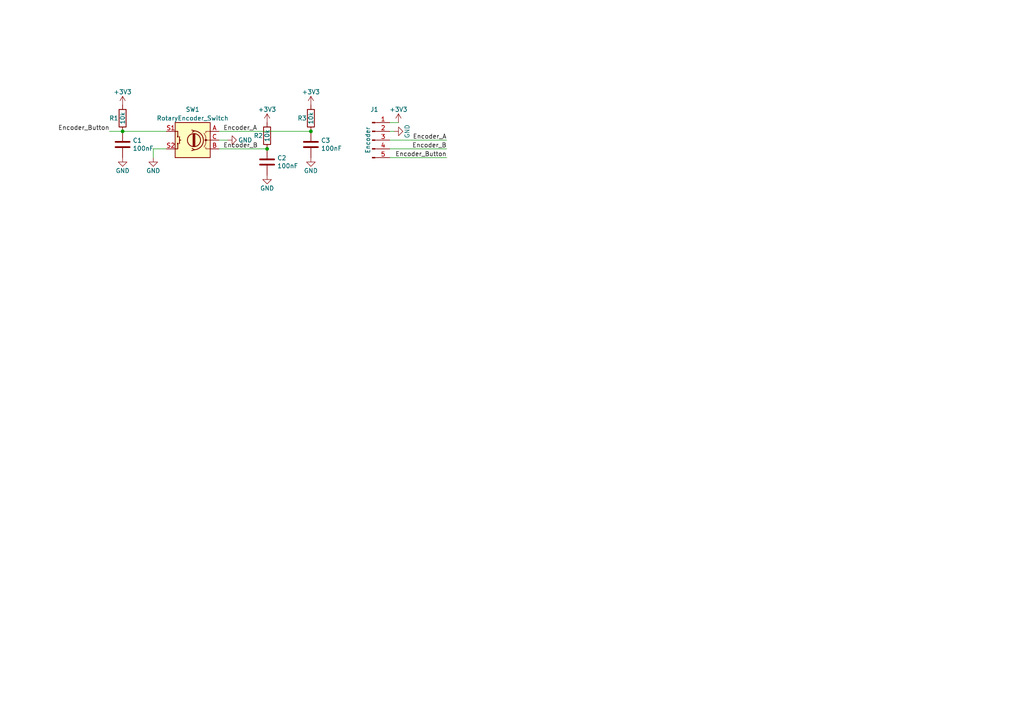
<source format=kicad_sch>
(kicad_sch (version 20230121) (generator eeschema)
  (paper "A4")
  (lib_symbols
    (symbol "Connector:Conn_01x05_Pin" (pin_names (offset 1.016) hide)
      (property "Reference" "J" (at 0 7.62 0))
      (property "Value" "Conn_01x05_Pin" (at 0 -7.62 0))
      (symbol "Conn_01x05_Pin_1_1"
        (polyline (pts (xy 1.27 -5.08) (xy 0.8636 -5.08)) (stroke (width 0.1524)))
        (polyline (pts (xy 1.27 -2.54) (xy 0.8636 -2.54)) (stroke (width 0.1524)))
        (polyline (pts (xy 1.27 0) (xy 0.8636 0)) (stroke (width 0.1524)))
        (polyline (pts (xy 1.27 2.54) (xy 0.8636 2.54)) (stroke (width 0.1524)))
        (polyline (pts (xy 1.27 5.08) (xy 0.8636 5.08)) (stroke (width 0.1524)))
        (rectangle (start 0.8636 -4.953) (end 0 -5.207) (stroke (width 0.1524)) (fill (type outline)))
        (rectangle (start 0.8636 -2.413) (end 0 -2.667) (stroke (width 0.1524)) (fill (type outline)))
        (rectangle (start 0.8636 0.127) (end 0 -0.127) (stroke (width 0.1524)) (fill (type outline)))
        (rectangle (start 0.8636 2.667) (end 0 2.413) (stroke (width 0.1524)) (fill (type outline)))
        (rectangle (start 0.8636 5.207) (end 0 4.953) (stroke (width 0.1524)) (fill (type outline)))
        (pin passive line (at 5.08 5.08 180) (length 3.81) (name "Pin_1") (number "1"))
        (pin passive line (at 5.08 2.54 180) (length 3.81) (name "Pin_2") (number "2"))
        (pin passive line (at 5.08 0 180) (length 3.81) (name "Pin_3") (number "3"))
        (pin passive line (at 5.08 -2.54 180) (length 3.81) (name "Pin_4") (number "4"))
        (pin passive line (at 5.08 -5.08 180) (length 3.81) (name "Pin_5") (number "5"))
      )
    )
    (symbol "Device:C" (pin_numbers hide) (pin_names (offset 0.254))
      (property "Reference" "C" (at 0.635 2.54 0))
      (property "Value" "C" (at 0.635 -2.54 0))
      (symbol "C_0_1"
        (polyline (pts (xy -2.032 -0.762) (xy 2.032 -0.762)) (stroke (width 0.508)))
        (polyline (pts (xy -2.032 0.762) (xy 2.032 0.762)) (stroke (width 0.508)))
      )
      (symbol "C_1_1"
        (pin passive line (at 0 3.81 270) (length 2.794) (name "~") (number "1"))
        (pin passive line (at 0 -3.81 90) (length 2.794) (name "~") (number "2"))
      )
    )
    (symbol "Device:R" (pin_numbers hide) (pin_names (offset 0))
      (property "Reference" "R" (at 2.032 0 90))
      (property "Value" "R" (at 0 0 90))
      (symbol "R_0_1"
        (rectangle (start -1.016 -2.54) (end 1.016 2.54) (stroke (width 0.254)))
      )
      (symbol "R_1_1"
        (pin passive line (at 0 3.81 270) (length 1.27) (name "~") (number "1"))
        (pin passive line (at 0 -3.81 90) (length 1.27) (name "~") (number "2"))
      )
    )
    (symbol "Device:RotaryEncoder_Switch" (pin_names (offset 0.254) hide)
      (property "Reference" "SW" (at 0 6.604 0))
      (property "Value" "RotaryEncoder_Switch" (at 0 -6.604 0))
      (symbol "RotaryEncoder_Switch_0_1"
        (rectangle (start -5.08 5.08) (end 5.08 -5.08) (stroke (width 0.254)) (fill (type background)))
        (circle (center -3.81 0) (radius 0.254) (fill (type outline)))
        (circle (center -0.381 0) (radius 1.905) (stroke (width 0.254)))
        (arc (start -0.381 2.667) (mid -3.0988 -0.0635) (end -0.381 -2.794) (stroke (width 0.254)))
        (polyline (pts (xy -0.635 -1.778) (xy -0.635 1.778)) (stroke (width 0.254)))
        (polyline (pts (xy -0.381 -1.778) (xy -0.381 1.778)) (stroke (width 0.254)))
        (polyline (pts (xy -0.127 1.778) (xy -0.127 -1.778)) (stroke (width 0.254)))
        (polyline (pts (xy 3.81 0) (xy 3.429 0)) (stroke (width 0.254)))
        (polyline (pts (xy 3.81 1.016) (xy 3.81 -1.016)) (stroke (width 0.254)))
        (polyline (pts (xy -5.08 -2.54) (xy -3.81 -2.54) (xy -3.81 -2.032)))
        (polyline (pts (xy -5.08 2.54) (xy -3.81 2.54) (xy -3.81 2.032)))
        (polyline (pts (xy 0.254 -3.048) (xy -0.508 -2.794) (xy 0.127 -2.413)) (stroke (width 0.254)))
        (polyline (pts (xy 0.254 2.921) (xy -0.508 2.667) (xy 0.127 2.286)) (stroke (width 0.254)))
        (polyline (pts (xy 5.08 -2.54) (xy 4.318 -2.54) (xy 4.318 -1.016)) (stroke (width 0.254)))
        (polyline (pts (xy 5.08 2.54) (xy 4.318 2.54) (xy 4.318 1.016)) (stroke (width 0.254)))
        (polyline (pts (xy -5.08 0) (xy -3.81 0) (xy -3.81 -1.016) (xy -3.302 -2.032)))
        (polyline (pts (xy -4.318 0) (xy -3.81 0) (xy -3.81 1.016) (xy -3.302 2.032)))
        (circle (center 4.318 -1.016) (radius 0.127) (stroke (width 0.254)))
        (circle (center 4.318 1.016) (radius 0.127) (stroke (width 0.254)))
      )
      (symbol "RotaryEncoder_Switch_1_1"
        (pin passive line (at -7.62 2.54 0) (length 2.54) (name "A") (number "A"))
        (pin passive line (at -7.62 -2.54 0) (length 2.54) (name "B") (number "B"))
        (pin passive line (at -7.62 0 0) (length 2.54) (name "C") (number "C"))
        (pin passive line (at 7.62 2.54 180) (length 2.54) (name "S1") (number "S1"))
        (pin passive line (at 7.62 -2.54 180) (length 2.54) (name "S2") (number "S2"))
      )
    )
    (symbol "power:+3.3V" (power) (pin_names (offset 0))
      (property "Value" "+3.3V" (at 0 3.556 0))
      (symbol "+3.3V_0_1"
        (polyline (pts (xy -0.762 1.27) (xy 0 2.54)))
        (polyline (pts (xy 0 0) (xy 0 2.54)))
        (polyline (pts (xy 0 2.54) (xy 0.762 1.27)))
      )
      (symbol "+3.3V_1_1"
        (pin power_in line (at 0 0 90) (length 0) hide (name "+3V3") (number "1"))
      )
    )
    (symbol "power:GND" (power) (pin_names (offset 0))
      (property "Value" "GND" (at 0 -3.81 0))
      (symbol "GND_0_1"
        (polyline (pts (xy 0 0) (xy 0 -1.27) (xy 1.27 -1.27) (xy 0 -2.54) (xy -1.27 -1.27) (xy 0 -1.27)))
      )
      (symbol "GND_1_1"
        (pin power_in line (at 0 0 270) (length 0) hide (name "GND") (number "1"))
      )
    )
  )
  (junction (at 35.56 38.1))
  (junction (at 77.47 43.18))
  (junction (at 90.17 38.1))
  (wire (pts (xy 63.5 38.1) (xy 90.17 38.1)))
  (wire (pts (xy 129.54 45.72) (xy 113.03 45.72)))
  (wire (pts (xy 35.56 38.1) (xy 48.26 38.1)))
  (wire (pts (xy 129.54 43.18) (xy 113.03 43.18)))
  (wire (pts (xy 31.75 38.1) (xy 35.56 38.1)))
  (wire (pts (xy 113.03 35.56) (xy 115.57 35.56)))
  (wire (pts (xy 66.04 40.64) (xy 63.5 40.64)))
  (wire (pts (xy 63.5 43.18) (xy 77.47 43.18)))
  (wire (pts (xy 113.03 40.64) (xy 129.54 40.64)))
  (wire (pts (xy 48.26 43.18) (xy 44.45 43.18)))
  (wire (pts (xy 44.45 43.18) (xy 44.45 45.72)))
  (wire (pts (xy 113.03 38.1) (xy 114.3 38.1)))
  (label "Encoder_Button" (at 31.75 38.1 180))
  (label "Encoder_B" (at 64.77 43.18 0))
  (label "Encoder_B" (at 129.54 43.18 180))
  (label "Encoder_A" (at 64.77 38.1 0))
  (label "Encoder_Button" (at 129.54 45.72 180))
  (label "Encoder_A" (at 129.54 40.64 180))
  (symbol (lib_id "power:GND") (at 35.56 45.72 0) (unit 1)
    (property "Reference" "#PWR02" (effects hide))
    (property "Value" "GND" (at 35.56 49.53 0))
  )
  (symbol (lib_id "Device:C") (at 35.56 41.91 180) (unit 1)
    (property "Reference" "C1" (at 38.481 40.7416 0) (effects (justify right)))
    (property "Value" "100nF" (at 38.481 43.053 0) (effects (justify right)))
    (property "Footprint" "Capacitor_SMD:C_0603_1608Metric" (effects hide))
  )
  (symbol (lib_id "power:+3.3V") (at 90.17 30.48 0) (unit 1)
    (property "Reference" "#PWR07" (effects hide))
    (property "Value" "+3.3V" (at 90.17 26.67 0))
  )
  (symbol (lib_id "power:GND") (at 44.45 45.72 0) (unit 1)
    (property "Reference" "#PWR03" (effects hide))
    (property "Value" "GND" (at 44.45 49.53 0))
  )
  (symbol (lib_id "power:+3.3V") (at 77.47 35.56 0) (unit 1)
    (property "Reference" "#PWR05" (effects hide))
    (property "Value" "+3.3V" (at 77.47 31.75 0))
  )
  (symbol (lib_id "Device:R") (at 35.56 34.29 180) (unit 1)
    (property "Reference" "R1" (at 33.02 34.29 0))
    (property "Value" "10k" (at 35.56 34.29 90))
    (property "Footprint" "Resistor_SMD:R_0603_1608Metric" (effects hide))
  )
  (symbol (lib_id "Device:RotaryEncoder_Switch") (at 55.88 40.64 0) (mirror y) (unit 1)
    (property "Reference" "SW1" (at 55.88 31.75 0))
    (property "Value" "RotaryEncoder_Switch" (at 55.88 34.29 0))
    (property "Footprint" "Rotary_Encoder:RotaryEncoder_Alps_EC12E-Switch_Vertical_H20mm" (effects hide))
  )
  (symbol (lib_id "power:GND") (at 66.04 40.64 90) (unit 1)
    (property "Reference" "#PWR04" (effects hide))
    (property "Value" "GND" (at 71.12 40.64 90))
  )
  (symbol (lib_id "power:GND") (at 90.17 45.72 0) (unit 1)
    (property "Reference" "#PWR08" (effects hide))
    (property "Value" "GND" (at 90.17 49.53 0))
  )
  (symbol (lib_id "Connector:Conn_01x05_Pin") (at 107.95 40.64 0) (unit 1)
    (property "Reference" "J1" (at 108.585 31.75 0))
    (property "Value" "Encoder" (at 106.68 40.64 90))
  )
  (symbol (lib_id "Device:R") (at 77.47 39.37 180) (unit 1)
    (property "Reference" "R2" (at 74.93 39.37 0))
    (property "Value" "10k" (at 77.47 39.37 90))
    (property "Footprint" "Resistor_SMD:R_0603_1608Metric" (effects hide))
  )
  (symbol (lib_id "power:+3.3V") (at 115.57 35.56 0) (unit 1)
    (property "Reference" "#PWR010" (effects hide))
    (property "Value" "+3.3V" (at 115.57 31.75 0))
  )
  (symbol (lib_id "power:+3.3V") (at 35.56 30.48 0) (unit 1)
    (property "Reference" "#PWR01" (effects hide))
    (property "Value" "+3.3V" (at 35.56 26.67 0))
  )
  (symbol (lib_id "Device:C") (at 90.17 41.91 180) (unit 1)
    (property "Reference" "C3" (at 93.091 40.7416 0) (effects (justify right)))
    (property "Value" "100nF" (at 93.091 43.053 0) (effects (justify right)))
    (property "Footprint" "Capacitor_SMD:C_0603_1608Metric" (effects hide))
  )
  (symbol (lib_id "power:GND") (at 114.3 38.1 90) (unit 1)
    (property "Reference" "#PWR09" (effects hide))
    (property "Value" "GND" (at 118.11 38.1 0))
  )
  (symbol (lib_id "Device:C") (at 77.47 46.99 180) (unit 1)
    (property "Reference" "C2" (at 80.391 45.8216 0) (effects (justify right)))
    (property "Value" "100nF" (at 80.391 48.133 0) (effects (justify right)))
    (property "Footprint" "Capacitor_SMD:C_0603_1608Metric" (effects hide))
  )
  (symbol (lib_id "Device:R") (at 90.17 34.29 180) (unit 1)
    (property "Reference" "R3" (at 87.63 34.29 0))
    (property "Value" "10k" (at 90.17 34.29 90))
    (property "Footprint" "Resistor_SMD:R_0603_1608Metric" (effects hide))
  )
  (symbol (lib_id "power:GND") (at 77.47 50.8 0) (unit 1)
    (property "Reference" "#PWR06" (effects hide))
    (property "Value" "GND" (at 77.47 54.61 0))
  )
)
</source>
